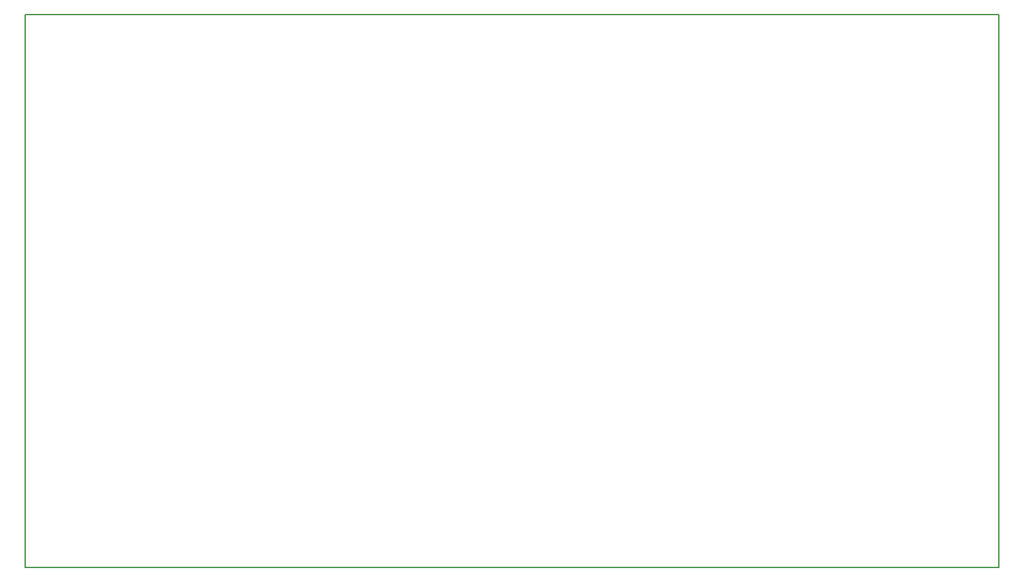
<source format=gm1>
G04 MADE WITH FRITZING*
G04 WWW.FRITZING.ORG*
G04 DOUBLE SIDED*
G04 HOLES PLATED*
G04 CONTOUR ON CENTER OF CONTOUR VECTOR*
%ASAXBY*%
%FSLAX23Y23*%
%MOIN*%
%OFA0B0*%
%SFA1.0B1.0*%
%ADD10R,4.907920X2.791210*%
%ADD11C,0.008000*%
%ADD10C,0.008*%
%LNCONTOUR*%
G90*
G70*
G54D10*
G54D11*
X4Y2787D02*
X4904Y2787D01*
X4904Y4D01*
X4Y4D01*
X4Y2787D01*
D02*
G04 End of contour*
M02*
</source>
